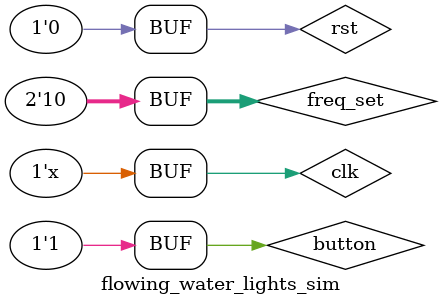
<source format=v>
`timescale 1ns/1ps

module flowing_water_lights_sim();

	reg clk;
	reg rst;
	reg button;
	reg [1:0]freq_set;
	wire [7:0]led;
	
	flowing_water_lights u_flowing_water_lights(.clk(clk),.rst(rst),.button(button),.freq_set(freq_set),.led(led));
	
	initial begin
		clk=1'b0;rst=1'b1;button=1'b1;freq_set=2'b00;
		#10 rst=1'b0;
		#15 button=1'b0;
		#25 button=1'b1;
		#40 freq_set=2'b10;

	end
	
	always #5 clk=~clk;

endmodule
</source>
